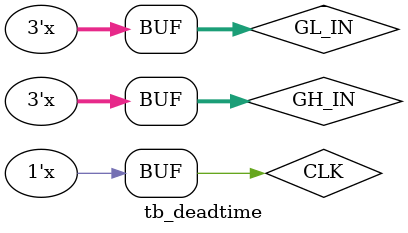
<source format=v>
`timescale 1ns / 1ps


module tb_deadtime(

    );
    reg[2:0] GH_IN;
    reg[2:0] GL_IN;
    reg CLK;
    wire [2:0]GH_OUT;
    wire [2:0]GL_OUT;
    
    deadtime UUT (.CLK(CLK),.GH_IN(GH_IN),.GL_IN(GL_IN),.GH_OUT(GH_OUT),.GL_OUT(GL_OUT));
        initial
        begin
            CLK =0;
            GH_IN = 3'b101;
            GL_IN = 3'b010;
         end
         always #5 CLK = ~CLK;

         always #15000 GH_IN= ~GH_IN;
         always #15000 GL_IN= ~GL_IN;   
endmodule

</source>
